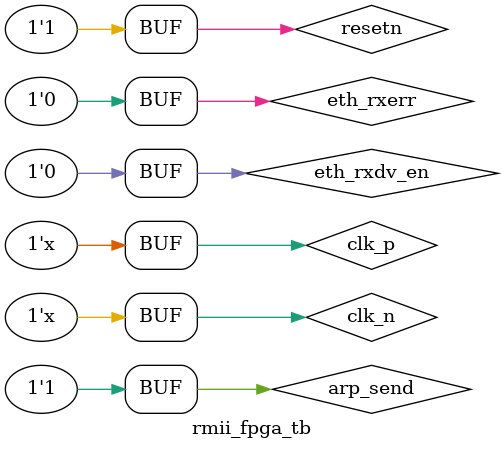
<source format=v>
`timescale 1ns/1ps
`define CFG_PLENGTH 24
`define DFF 0.1

module rmii_fpga_tb;

reg clk_p, clk_n, resetn;
// Config registers
reg [31:0] arp [0:17];
reg [31:0] cfg [0:`CFG_PLENGTH-1];
reg  [7:0] cfg_counter;
reg        arp_send;

reg        eth_crs_dv, eth_rxerr;
wire       eth_ref_clk, eth_tx_en; 
reg  [1:0] eth_rxd;
wire [1:0] eth_txd;   
reg        eth_rxdv_en;    

fpga u_rmii_fpga(
  .clk_p         (clk_p),
  .clk_n         (clk_n),
  .reset_n       (resetn),

  .eth_ref_clk  (eth_ref_clk),
  .eth_crs_dv   (eth_crs_dv),
  .eth_rxd      (eth_rxd),
  .eth_tx_en    (eth_tx_en),
  .eth_txd      (eth_txd)
  );

initial begin
  clk_p = 1; clk_n = 0; resetn = 0; eth_rxdv_en = 0;
  eth_crs_dv = 0; eth_rxerr = 0; eth_rxd = 4'h0;
  arp_send = 0;
	#10
	resetn = 1;
  #2012
  eth_rxdv_en = 1;
  #(40*8*18);
  eth_rxdv_en = 0;
  #10
  arp_send = 1;
  #10000;
  eth_rxdv_en = 1;
  #(40*8*`CFG_PLENGTH);
  eth_rxdv_en = 0;

  #10000;
  eth_rxdv_en = 1;
  #(40*8*`CFG_PLENGTH);
  eth_rxdv_en = 0;
	// $finish();
end
always #2.5 clk_p = ~clk_p;
always #2.5 clk_n = ~clk_n;

// RMII shift counter
reg [4:0] sft [0:15];
reg [4:0] sft_cnt;
initial begin
  sft[0] = 5'd0;
  sft[1] = 5'd2;
  sft[2] = 5'd4;
  sft[3] = 5'd6;
  sft[4] = 5'd8;
  sft[5] = 5'd10;
  sft[6] = 5'd12;
  sft[7] = 5'd14;
  sft[8] = 5'd16;
  sft[9] = 5'd18;
  sft[10] = 5'd20;
  sft[11] = 5'd22;
  sft[12] = 5'd24;
  sft[13] = 5'd26;
  sft[14] = 5'd28;
  sft[15] = 5'd30;
end
// 4-bit nibble serdes
always @(posedge eth_ref_clk) begin
  if(eth_rxdv_en) begin
    // synchronize rxdv
    eth_crs_dv <= #`DFF 1;
    if(!arp_send) begin
      eth_rxd <= #`DFF arp[cfg_counter][sft[sft_cnt]+:2];
      if(sft_cnt == 15) begin
        cfg_counter <= #`DFF cfg_counter + 1;
        sft_cnt <= #`DFF 0;
      end else begin
        sft_cnt <= #`DFF sft_cnt + 1;
      end
    end else begin
      eth_rxd <= #`DFF cfg[cfg_counter][sft[sft_cnt]+:2];
      if(sft_cnt == 15) begin
        cfg_counter <= #`DFF cfg_counter + 1;
        sft_cnt <= #`DFF 0;
      end else begin
        sft_cnt <= #`DFF sft_cnt + 1;
      end
    end
  end else begin
    eth_crs_dv <= #`DFF 0;
    cfg_counter <= 0;
  end
end

// MII ethernet config
initial begin
  cfg[0]  = {32'h55555555}; // preamble(8B)
  cfg[1]  = {32'hd5555555}; 
  cfg[2]  = {32'h005e0000}; // dest mac(6B)                                       0x1000
  cfg[3]  = {32'h76f0cefa}; // dest mac - src mac(6B)                             0x1004
  cfg[4]  = {32'h2e4da91c}; // src mac                                            0x1008
  cfg[5]  = {32'h00450008}; // eth.type(2B), ip.hdr_len(1B), ip.dsfield.ecn(1B)   0x100c
  cfg[6]  = {32'hf7514600}; // ip.len(2B), ip.id(2B)                              0x1010
  cfg[7]  = {32'h11400040}; // ip.frag_offset(2B), ip.ttl(1B), ip.proto(1B)       0x1014
  cfg[8]  = {32'ha8c07e60}; // ip.checksum(2B), ip.src(4B)                        0x1018
  cfg[9]  = {32'ha8c06603}; // ip.src - ip.dst(4B)                                0x101c
  cfg[10] = {32'ha7bd7b03}; // ip.dst, udp.srcport(2B)                            0x1020
  cfg[11] = {32'h3200d204}; // udp.dstport(2B), udp.length(2B)                    0x1024
  cfg[12] = {32'h00000000}; // udp.checksum(2B)                                   0x1028
  // User config start
  // VCO frequency 600M - 1600M, clkin 200M
  cfg[13] = {1'b1, 7'h00, {23{1'b0}}, 1'b1}; // system reset                      0x102c
  cfg[14] = {1'b1, 7'h01, {8{1'b0}}, 16'd1000}; // pulse count                     0x1030
  //                      pw, freq_div
  cfg[15] = {1'b1, 7'h02, {12{1'b0}}, 4'd0, 8'd20}; // pulse config               0x1034
  //               row_sp,col_sp,           frame,measure
  cfg[16] = {1'b1, 7'h03, 8'h00, 8'h00, {6{1'b0}}, 1'b1, 1'b0}; //                0x1038
  //                          hist_mode_flag
  cfg[17] = {1'b1, 7'h04, 8'h4b, 8'h00, 4'ha, 2'b00, 2'b01}; //                                  0x103c
  //               hist_c2, hist_c1
  cfg[18] = {1'b1, 7'h05, 12'd250, 12'd250}; //                                     0x1040
  //               hist_c4, hist_c3
  cfg[19] = {1'b1, 7'h06, 12'd250, 12'd250}; //                                     0x1044
  //               hist_upth, hist_loth
  cfg[20] = {1'b1, 7'h07, 12'hFFF, 12'h000}; //                                   0x1048
  //                          cfg_ready
  cfg[21] = {1'b1, 7'h08, 8'h0,8'h4, 8'b1}; //                                   0x104c
  //                       1: oneshot/0: cont, system start
  cfg[22] = {1'b1, 7'h09, {22{1'b0}}, 1'b0, 1'b1}; //                             0x1050
  // User config ends
  cfg[23] = {32'h0ab429ba}; // fcs
  cfg_counter = 8'h00;
  sft_cnt = 0;
end
initial begin
  arp[0] = {32'h55555555};
  arp[1] = {32'hd5555555};
  arp[2] = {32'hffffffff};//{32'h005e0000};
  arp[3] = {32'h76f0ffff};//{32'h76f0cefa};
  arp[4] = {32'h2e4da91c};
  arp[5] = {32'h01000608};
  arp[6] = {32'h04060008};
  arp[7] = {32'h76f00100};
  arp[8] = {32'h2e4da91c};
  arp[9] = {32'h6603a8c0};
  arp[10] = {32'h00000000};
  arp[11] = {32'ha8c00000};
  arp[12] = {32'h00007b03};
  arp[13] = {32'h00000000};
  arp[14] = {32'h00000000};
  arp[15] = {32'h00000000};
  arp[16] = {32'h00000000};
  arp[17] = {32'h2695d3e2};//fcs
end


// https://crccalc.com/
// 00005e00 facef076 1ca94d2e 08004500 004651f7 40004011 6096c0a8 0366c0a8 037bbda7 04d20032 00000000
// 01000080 64000081 14000082 02000083 01000084 19900185 19900186 00f0ff87 01000088 01000089 
// 0xD69456DB

endmodule
</source>
